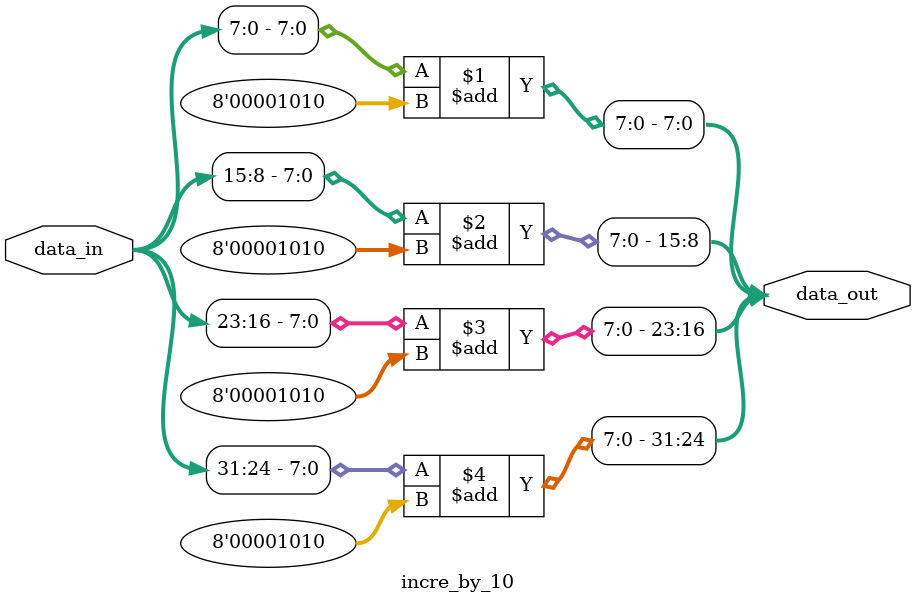
<source format=v>
`timescale 1ns / 1ps


module incre_by_10( 
        input [31:0] data_in,
        output [31:0] data_out
    );
    
    assign data_out[7:0] = data_in[7:0] + 8'd10;
    assign data_out[15:8] = data_in[15:8] + 8'd10;
    assign data_out[23:16] = data_in[23:16] + 8'd10;
    assign data_out[31:24] = data_in[31:24] + 8'd10;
    
endmodule

</source>
